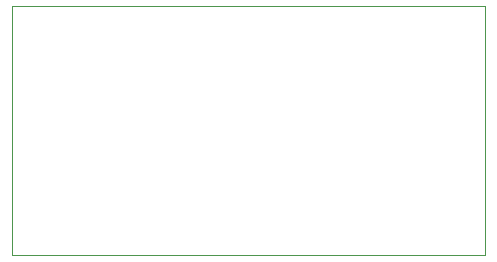
<source format=gbr>
G04 #@! TF.GenerationSoftware,KiCad,Pcbnew,5.1.6-c6e7f7d~86~ubuntu19.10.1*
G04 #@! TF.CreationDate,2020-05-21T11:58:36+02:00*
G04 #@! TF.ProjectId,Microscope_LED,4d696372-6f73-4636-9f70-655f4c45442e,rev?*
G04 #@! TF.SameCoordinates,Original*
G04 #@! TF.FileFunction,Profile,NP*
%FSLAX46Y46*%
G04 Gerber Fmt 4.6, Leading zero omitted, Abs format (unit mm)*
G04 Created by KiCad (PCBNEW 5.1.6-c6e7f7d~86~ubuntu19.10.1) date 2020-05-21 11:58:36*
%MOMM*%
%LPD*%
G01*
G04 APERTURE LIST*
G04 #@! TA.AperFunction,Profile*
%ADD10C,0.050000*%
G04 #@! TD*
G04 APERTURE END LIST*
D10*
X16383000Y-41910000D02*
X16383000Y-20828000D01*
X56388000Y-41910000D02*
X16383000Y-41910000D01*
X56388000Y-20828000D02*
X56388000Y-41910000D01*
X16383000Y-20828000D02*
X56388000Y-20828000D01*
M02*

</source>
